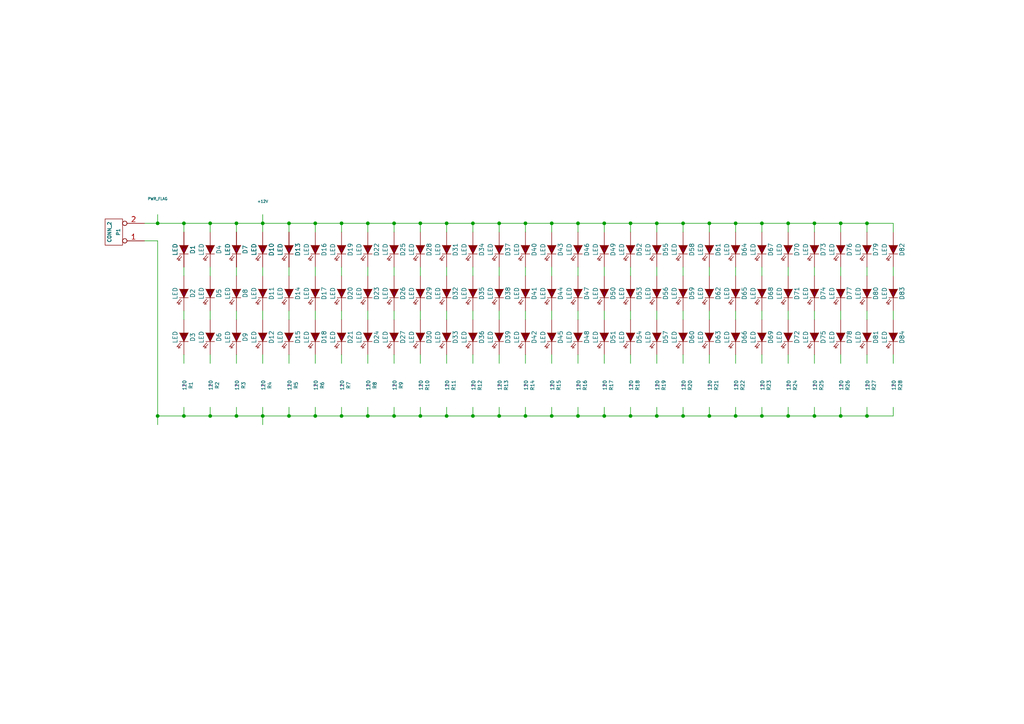
<source format=kicad_sch>
(kicad_sch (version 20230121) (generator eeschema)
  (paper "A4")
  (title_block (title "UV Exposure Box - LED Panels") (date "18 December 2014") (rev "1.0"))
  (lib_symbols
    (symbol "borniers:CONN_2" (pin_names (offset 1.016) hide)
      (property "Reference" "P" (at -1.27 0 90))
      (property "Value" "CONN_2" (at 1.27 0 90))
      (symbol "CONN_2_0_1"
        (rectangle (start -2.54 3.81) (end 2.54 -3.81))
      )
      (symbol "CONN_2_1_1"
        (pin passive inverted (at -8.89 2.54 0) (length 6.35) (name "P1") (number "1"))
        (pin passive inverted (at -8.89 -2.54 0) (length 6.35) (name "P2") (number "2"))
      )
    )
    (symbol "cylindric:LED" (pin_numbers hide) (pin_names (offset 1.016) hide)
      (property "Reference" "D" (at 0 2.54 0))
      (property "Value" "LED" (at 0 -2.54 0))
      (symbol "LED_0_1"
        (polyline (pts (xy 1.27 1.27) (xy 1.27 -1.27)))
        (polyline (pts (xy -1.27 1.27) (xy 1.27 0) (xy -1.27 -1.27)) (fill (type outline)))
        (polyline (pts (xy 1.651 -1.016) (xy 2.794 -2.032) (xy 2.667 -1.397)))
        (polyline (pts (xy 2.032 -0.635) (xy 3.175 -1.651) (xy 3.048 -1.016)))
      )
      (symbol "LED_1_1"
        (pin passive line (at -5.08 0 0) (length 3.81) (name "A") (number "1"))
        (pin passive line (at 5.08 0 180) (length 3.81) (name "K") (number "2"))
      )
    )
  )
  (junction (at 198.12 64.77))
  (junction (at 91.44 64.77))
  (junction (at 220.98 64.77))
  (junction (at 99.06 120.65))
  (junction (at 76.2 64.77))
  (junction (at 205.74 120.65))
  (junction (at 182.88 120.65))
  (junction (at 99.06 64.77))
  (junction (at 205.74 64.77))
  (junction (at 68.58 64.77))
  (junction (at 243.84 120.65))
  (junction (at 53.34 64.77))
  (junction (at 129.54 120.65))
  (junction (at 198.12 120.65))
  (junction (at 236.22 64.77))
  (junction (at 114.3 64.77))
  (junction (at 251.46 120.65))
  (junction (at 83.82 64.77))
  (junction (at 190.5 64.77))
  (junction (at 106.68 64.77))
  (junction (at 137.16 64.77))
  (junction (at 76.2 120.65))
  (junction (at 45.72 64.77))
  (junction (at 60.96 64.77))
  (junction (at 152.4 120.65))
  (junction (at 175.26 120.65))
  (junction (at 129.54 64.77))
  (junction (at 45.72 120.65))
  (junction (at 83.82 120.65))
  (junction (at 114.3 120.65))
  (junction (at 182.88 64.77))
  (junction (at 160.02 120.65))
  (junction (at 167.64 64.77))
  (junction (at 144.78 64.77))
  (junction (at 228.6 120.65))
  (junction (at 220.98 120.65))
  (junction (at 121.92 120.65))
  (junction (at 106.68 120.65))
  (junction (at 236.22 120.65))
  (junction (at 144.78 120.65))
  (junction (at 137.16 120.65))
  (junction (at 160.02 64.77))
  (junction (at 167.64 120.65))
  (junction (at 152.4 64.77))
  (junction (at 91.44 120.65))
  (junction (at 228.6 64.77))
  (junction (at 68.58 120.65))
  (junction (at 121.92 64.77))
  (junction (at 213.36 120.65))
  (junction (at 251.46 64.77))
  (junction (at 175.26 64.77))
  (junction (at 60.96 120.65))
  (junction (at 243.84 64.77))
  (junction (at 213.36 64.77))
  (junction (at 190.5 120.65))
  (junction (at 53.34 120.65))
  (wire (pts (xy 190.5 120.65) (xy 190.5 118.11)))
  (wire (pts (xy 60.96 120.65) (xy 68.58 120.65)))
  (wire (pts (xy 99.06 80.01) (xy 99.06 77.47)))
  (wire (pts (xy 236.22 64.77) (xy 236.22 67.31)))
  (wire (pts (xy 198.12 120.65) (xy 205.74 120.65)))
  (wire (pts (xy 144.78 120.65) (xy 144.78 118.11)))
  (wire (pts (xy 106.68 90.17) (xy 106.68 92.71)))
  (wire (pts (xy 60.96 80.01) (xy 60.96 77.47)))
  (wire (pts (xy 251.46 105.41) (xy 251.46 102.87)))
  (wire (pts (xy 167.64 80.01) (xy 167.64 77.47)))
  (wire (pts (xy 53.34 90.17) (xy 53.34 92.71)))
  (wire (pts (xy 220.98 90.17) (xy 220.98 92.71)))
  (wire (pts (xy 45.72 69.85) (xy 45.72 120.65)))
  (wire (pts (xy 228.6 64.77) (xy 228.6 67.31)))
  (wire (pts (xy 137.16 64.77) (xy 137.16 67.31)))
  (wire (pts (xy 152.4 64.77) (xy 160.02 64.77)))
  (wire (pts (xy 251.46 64.77) (xy 251.46 67.31)))
  (wire (pts (xy 68.58 80.01) (xy 68.58 77.47)))
  (wire (pts (xy 259.08 64.77) (xy 259.08 67.31)))
  (wire (pts (xy 205.74 120.65) (xy 205.74 118.11)))
  (wire (pts (xy 251.46 64.77) (xy 259.08 64.77)))
  (wire (pts (xy 213.36 80.01) (xy 213.36 77.47)))
  (wire (pts (xy 198.12 90.17) (xy 198.12 92.71)))
  (wire (pts (xy 236.22 120.65) (xy 236.22 118.11)))
  (wire (pts (xy 213.36 105.41) (xy 213.36 102.87)))
  (wire (pts (xy 251.46 90.17) (xy 251.46 92.71)))
  (wire (pts (xy 205.74 64.77) (xy 213.36 64.77)))
  (wire (pts (xy 60.96 64.77) (xy 60.96 67.31)))
  (wire (pts (xy 99.06 64.77) (xy 99.06 67.31)))
  (wire (pts (xy 68.58 90.17) (xy 68.58 92.71)))
  (wire (pts (xy 152.4 105.41) (xy 152.4 102.87)))
  (wire (pts (xy 259.08 80.01) (xy 259.08 77.47)))
  (wire (pts (xy 228.6 120.65) (xy 236.22 120.65)))
  (wire (pts (xy 182.88 80.01) (xy 182.88 77.47)))
  (wire (pts (xy 167.64 90.17) (xy 167.64 92.71)))
  (wire (pts (xy 182.88 120.65) (xy 190.5 120.65)))
  (wire (pts (xy 213.36 64.77) (xy 220.98 64.77)))
  (wire (pts (xy 129.54 64.77) (xy 137.16 64.77)))
  (wire (pts (xy 220.98 80.01) (xy 220.98 77.47)))
  (wire (pts (xy 121.92 90.17) (xy 121.92 92.71)))
  (wire (pts (xy 76.2 64.77) (xy 76.2 67.31)))
  (wire (pts (xy 121.92 64.77) (xy 129.54 64.77)))
  (wire (pts (xy 99.06 90.17) (xy 99.06 92.71)))
  (wire (pts (xy 144.78 120.65) (xy 152.4 120.65)))
  (wire (pts (xy 144.78 80.01) (xy 144.78 77.47)))
  (wire (pts (xy 175.26 105.41) (xy 175.26 102.87)))
  (wire (pts (xy 175.26 120.65) (xy 182.88 120.65)))
  (wire (pts (xy 251.46 120.65) (xy 259.08 120.65)))
  (wire (pts (xy 243.84 105.41) (xy 243.84 102.87)))
  (wire (pts (xy 99.06 120.65) (xy 106.68 120.65)))
  (wire (pts (xy 114.3 80.01) (xy 114.3 77.47)))
  (wire (pts (xy 220.98 105.41) (xy 220.98 102.87)))
  (wire (pts (xy 198.12 105.41) (xy 198.12 102.87)))
  (wire (pts (xy 114.3 90.17) (xy 114.3 92.71)))
  (wire (pts (xy 91.44 64.77) (xy 99.06 64.77)))
  (wire (pts (xy 45.72 69.85) (xy 41.91 69.85)))
  (wire (pts (xy 129.54 120.65) (xy 129.54 118.11)))
  (wire (pts (xy 129.54 105.41) (xy 129.54 102.87)))
  (wire (pts (xy 251.46 120.65) (xy 251.46 118.11)))
  (wire (pts (xy 236.22 105.41) (xy 236.22 102.87)))
  (wire (pts (xy 106.68 105.41) (xy 106.68 102.87)))
  (wire (pts (xy 99.06 120.65) (xy 99.06 118.11)))
  (wire (pts (xy 243.84 80.01) (xy 243.84 77.47)))
  (wire (pts (xy 175.26 64.77) (xy 182.88 64.77)))
  (wire (pts (xy 190.5 120.65) (xy 198.12 120.65)))
  (wire (pts (xy 205.74 120.65) (xy 213.36 120.65)))
  (wire (pts (xy 83.82 90.17) (xy 83.82 92.71)))
  (wire (pts (xy 167.64 120.65) (xy 167.64 118.11)))
  (wire (pts (xy 60.96 90.17) (xy 60.96 92.71)))
  (wire (pts (xy 121.92 120.65) (xy 129.54 120.65)))
  (wire (pts (xy 190.5 105.41) (xy 190.5 102.87)))
  (wire (pts (xy 182.88 120.65) (xy 182.88 118.11)))
  (wire (pts (xy 91.44 105.41) (xy 91.44 102.87)))
  (wire (pts (xy 137.16 120.65) (xy 137.16 118.11)))
  (wire (pts (xy 160.02 90.17) (xy 160.02 92.71)))
  (wire (pts (xy 129.54 80.01) (xy 129.54 77.47)))
  (wire (pts (xy 121.92 105.41) (xy 121.92 102.87)))
  (wire (pts (xy 45.72 120.65) (xy 45.72 123.19)))
  (wire (pts (xy 205.74 80.01) (xy 205.74 77.47)))
  (wire (pts (xy 228.6 80.01) (xy 228.6 77.47)))
  (wire (pts (xy 213.36 90.17) (xy 213.36 92.71)))
  (wire (pts (xy 114.3 64.77) (xy 121.92 64.77)))
  (wire (pts (xy 190.5 64.77) (xy 190.5 67.31)))
  (wire (pts (xy 259.08 120.65) (xy 259.08 118.11)))
  (wire (pts (xy 91.44 120.65) (xy 99.06 120.65)))
  (wire (pts (xy 83.82 64.77) (xy 83.82 67.31)))
  (wire (pts (xy 167.64 64.77) (xy 175.26 64.77)))
  (wire (pts (xy 175.26 64.77) (xy 175.26 67.31)))
  (wire (pts (xy 99.06 105.41) (xy 99.06 102.87)))
  (wire (pts (xy 243.84 120.65) (xy 243.84 118.11)))
  (wire (pts (xy 205.74 105.41) (xy 205.74 102.87)))
  (wire (pts (xy 45.72 62.23) (xy 45.72 64.77)))
  (wire (pts (xy 167.64 105.41) (xy 167.64 102.87)))
  (wire (pts (xy 83.82 120.65) (xy 83.82 118.11)))
  (wire (pts (xy 53.34 105.41) (xy 53.34 102.87)))
  (wire (pts (xy 121.92 64.77) (xy 121.92 67.31)))
  (wire (pts (xy 243.84 64.77) (xy 243.84 67.31)))
  (wire (pts (xy 220.98 120.65) (xy 228.6 120.65)))
  (wire (pts (xy 53.34 64.77) (xy 53.34 67.31)))
  (wire (pts (xy 60.96 64.77) (xy 68.58 64.77)))
  (wire (pts (xy 53.34 80.01) (xy 53.34 77.47)))
  (wire (pts (xy 213.36 120.65) (xy 220.98 120.65)))
  (wire (pts (xy 205.74 64.77) (xy 205.74 67.31)))
  (wire (pts (xy 144.78 64.77) (xy 144.78 67.31)))
  (wire (pts (xy 243.84 64.77) (xy 251.46 64.77)))
  (wire (pts (xy 160.02 80.01) (xy 160.02 77.47)))
  (wire (pts (xy 91.44 120.65) (xy 91.44 118.11)))
  (wire (pts (xy 144.78 90.17) (xy 144.78 92.71)))
  (wire (pts (xy 144.78 64.77) (xy 152.4 64.77)))
  (wire (pts (xy 76.2 80.01) (xy 76.2 77.47)))
  (wire (pts (xy 106.68 64.77) (xy 106.68 67.31)))
  (wire (pts (xy 152.4 90.17) (xy 152.4 92.71)))
  (wire (pts (xy 198.12 64.77) (xy 198.12 67.31)))
  (wire (pts (xy 91.44 80.01) (xy 91.44 77.47)))
  (wire (pts (xy 60.96 120.65) (xy 60.96 118.11)))
  (wire (pts (xy 76.2 62.23) (xy 76.2 64.77)))
  (wire (pts (xy 236.22 90.17) (xy 236.22 92.71)))
  (wire (pts (xy 121.92 80.01) (xy 121.92 77.47)))
  (wire (pts (xy 160.02 120.65) (xy 167.64 120.65)))
  (wire (pts (xy 129.54 64.77) (xy 129.54 67.31)))
  (wire (pts (xy 60.96 105.41) (xy 60.96 102.87)))
  (wire (pts (xy 175.26 80.01) (xy 175.26 77.47)))
  (wire (pts (xy 99.06 64.77) (xy 106.68 64.77)))
  (wire (pts (xy 68.58 120.65) (xy 76.2 120.65)))
  (wire (pts (xy 182.88 105.41) (xy 182.88 102.87)))
  (wire (pts (xy 137.16 105.41) (xy 137.16 102.87)))
  (wire (pts (xy 83.82 120.65) (xy 91.44 120.65)))
  (wire (pts (xy 106.68 120.65) (xy 114.3 120.65)))
  (wire (pts (xy 68.58 105.41) (xy 68.58 102.87)))
  (wire (pts (xy 213.36 64.77) (xy 213.36 67.31)))
  (wire (pts (xy 190.5 64.77) (xy 198.12 64.77)))
  (wire (pts (xy 228.6 90.17) (xy 228.6 92.71)))
  (wire (pts (xy 220.98 64.77) (xy 220.98 67.31)))
  (wire (pts (xy 76.2 105.41) (xy 76.2 102.87)))
  (wire (pts (xy 68.58 64.77) (xy 68.58 67.31)))
  (wire (pts (xy 236.22 120.65) (xy 243.84 120.65)))
  (wire (pts (xy 53.34 64.77) (xy 60.96 64.77)))
  (wire (pts (xy 53.34 120.65) (xy 60.96 120.65)))
  (wire (pts (xy 45.72 120.65) (xy 53.34 120.65)))
  (wire (pts (xy 114.3 64.77) (xy 114.3 67.31)))
  (wire (pts (xy 205.74 90.17) (xy 205.74 92.71)))
  (wire (pts (xy 76.2 120.65) (xy 76.2 123.19)))
  (wire (pts (xy 220.98 120.65) (xy 220.98 118.11)))
  (wire (pts (xy 160.02 64.77) (xy 167.64 64.77)))
  (wire (pts (xy 53.34 118.11) (xy 53.34 120.65)))
  (wire (pts (xy 251.46 80.01) (xy 251.46 77.47)))
  (wire (pts (xy 167.64 64.77) (xy 167.64 67.31)))
  (wire (pts (xy 83.82 64.77) (xy 91.44 64.77)))
  (wire (pts (xy 243.84 120.65) (xy 251.46 120.65)))
  (wire (pts (xy 152.4 120.65) (xy 152.4 118.11)))
  (wire (pts (xy 175.26 120.65) (xy 175.26 118.11)))
  (wire (pts (xy 41.91 64.77) (xy 45.72 64.77)))
  (wire (pts (xy 76.2 118.11) (xy 76.2 120.65)))
  (wire (pts (xy 68.58 120.65) (xy 68.58 118.11)))
  (wire (pts (xy 129.54 120.65) (xy 137.16 120.65)))
  (wire (pts (xy 91.44 64.77) (xy 91.44 67.31)))
  (wire (pts (xy 114.3 120.65) (xy 114.3 118.11)))
  (wire (pts (xy 152.4 64.77) (xy 152.4 67.31)))
  (wire (pts (xy 228.6 120.65) (xy 228.6 118.11)))
  (wire (pts (xy 220.98 64.77) (xy 228.6 64.77)))
  (wire (pts (xy 106.68 120.65) (xy 106.68 118.11)))
  (wire (pts (xy 259.08 90.17) (xy 259.08 92.71)))
  (wire (pts (xy 198.12 80.01) (xy 198.12 77.47)))
  (wire (pts (xy 160.02 64.77) (xy 160.02 67.31)))
  (wire (pts (xy 91.44 90.17) (xy 91.44 92.71)))
  (wire (pts (xy 152.4 120.65) (xy 160.02 120.65)))
  (wire (pts (xy 198.12 64.77) (xy 205.74 64.77)))
  (wire (pts (xy 243.84 90.17) (xy 243.84 92.71)))
  (wire (pts (xy 190.5 80.01) (xy 190.5 77.47)))
  (wire (pts (xy 167.64 120.65) (xy 175.26 120.65)))
  (wire (pts (xy 152.4 80.01) (xy 152.4 77.47)))
  (wire (pts (xy 114.3 105.41) (xy 114.3 102.87)))
  (wire (pts (xy 106.68 64.77) (xy 114.3 64.77)))
  (wire (pts (xy 160.02 120.65) (xy 160.02 118.11)))
  (wire (pts (xy 228.6 64.77) (xy 236.22 64.77)))
  (wire (pts (xy 259.08 105.41) (xy 259.08 102.87)))
  (wire (pts (xy 182.88 90.17) (xy 182.88 92.71)))
  (wire (pts (xy 175.26 90.17) (xy 175.26 92.71)))
  (wire (pts (xy 198.12 120.65) (xy 198.12 118.11)))
  (wire (pts (xy 182.88 64.77) (xy 190.5 64.77)))
  (wire (pts (xy 228.6 105.41) (xy 228.6 102.87)))
  (wire (pts (xy 114.3 120.65) (xy 121.92 120.65)))
  (wire (pts (xy 160.02 105.41) (xy 160.02 102.87)))
  (wire (pts (xy 83.82 80.01) (xy 83.82 77.47)))
  (wire (pts (xy 236.22 80.01) (xy 236.22 77.47)))
  (wire (pts (xy 83.82 105.41) (xy 83.82 102.87)))
  (wire (pts (xy 76.2 90.17) (xy 76.2 92.71)))
  (wire (pts (xy 137.16 64.77) (xy 144.78 64.77)))
  (wire (pts (xy 236.22 64.77) (xy 243.84 64.77)))
  (wire (pts (xy 137.16 120.65) (xy 144.78 120.65)))
  (wire (pts (xy 76.2 64.77) (xy 83.82 64.77)))
  (wire (pts (xy 129.54 90.17) (xy 129.54 92.71)))
  (wire (pts (xy 213.36 120.65) (xy 213.36 118.11)))
  (wire (pts (xy 137.16 90.17) (xy 137.16 92.71)))
  (wire (pts (xy 121.92 120.65) (xy 121.92 118.11)))
  (wire (pts (xy 144.78 105.41) (xy 144.78 102.87)))
  (wire (pts (xy 68.58 64.77) (xy 76.2 64.77)))
  (wire (pts (xy 182.88 64.77) (xy 182.88 67.31)))
  (wire (pts (xy 76.2 120.65) (xy 83.82 120.65)))
  (wire (pts (xy 137.16 80.01) (xy 137.16 77.47)))
  (wire (pts (xy 45.72 64.77) (xy 53.34 64.77)))
  (wire (pts (xy 106.68 80.01) (xy 106.68 77.47)))
  (wire (pts (xy 190.5 90.17) (xy 190.5 92.71)))
  (symbol (lib_id "PWR_FLAG") (at 45.72 62.23 0) (unit 1)
    (property "Reference" "#FLG03" (effects hide))
    (property "Value" "PWR_FLAG" (at 45.72 57.658 0) (effects (font (size 0.762 0.762))))
  )
  (symbol (lib_id "PWR_FLAG") (at 45.72 123.19 180) (unit 1)
    (property "Reference" "#FLG04" (effects hide))
    (property "Value" "PWR_FLAG" (at 45.72 127.762 0) (effects (font (size 0.762 0.762))))
  )
  (symbol (lib_id "cylindric:LED") (at 76.2 72.39 270) (unit 1)
    (property "Reference" "D10" (at 78.74 72.39 0))
    (property "Value" "LED" (at 73.66 72.39 0))
    (property "Footprint" "LEDs:LED-5MM" (effects hide))
    (property "Datasheet" "~" (at 76.2 72.39 0) (effects (font (size 1.524 1.524))))
  )
  (symbol (lib_id "cylindric:LED") (at 76.2 85.09 270) (unit 1)
    (property "Reference" "D11" (at 78.74 85.09 0))
    (property "Value" "LED" (at 73.66 85.09 0))
    (property "Footprint" "LEDs:LED-5MM" (effects hide))
    (property "Datasheet" "~" (at 76.2 85.09 0) (effects (font (size 1.524 1.524))))
  )
  (symbol (lib_id "GND") (at 76.2 123.19 0) (unit 1)
    (property "Reference" "#PWR01" (effects hide))
    (property "Value" "GND" (effects hide))
  )
  (symbol (lib_id "R") (at 76.2 111.76 0) (unit 1)
    (property "Reference" "R4" (at 78.232 111.76 90) (effects (font (size 1.016 1.016))))
    (property "Value" "120" (at 76.3778 111.7346 90) (effects (font (size 1.016 1.016))))
    (property "Footprint" "Discret:R3" (effects hide))
    (property "Datasheet" "~" (at 76.2 111.76 0) (effects (font (size 0.762 0.762))))
  )
  (symbol (lib_id "borniers:CONN_2") (at 33.02 67.31 180) (unit 1)
    (property "Reference" "P1" (at 34.29 67.31 90) (effects (font (size 1.016 1.016))))
    (property "Value" "CONN_2" (at 31.75 67.31 90) (effects (font (size 1.016 1.016))))
    (property "Footprint" "Connect:bornier2" (effects hide))
  )
  (symbol (lib_id "cylindric:LED") (at 76.2 97.79 270) (unit 1)
    (property "Reference" "D12" (at 78.74 97.79 0))
    (property "Value" "LED" (at 73.66 97.79 0))
    (property "Footprint" "LEDs:LED-5MM" (effects hide))
    (property "Datasheet" "~" (at 76.2 97.79 0) (effects (font (size 1.524 1.524))))
  )
  (symbol (lib_id "cylindric:LED") (at 68.58 72.39 270) (unit 1)
    (property "Reference" "D7" (at 71.12 72.39 0))
    (property "Value" "LED" (at 66.04 72.39 0))
    (property "Footprint" "LEDs:LED-5MM" (effects hide))
    (property "Datasheet" "~" (at 68.58 72.39 0) (effects (font (size 1.524 1.524))))
  )
  (symbol (lib_id "cylindric:LED") (at 68.58 85.09 270) (unit 1)
    (property "Reference" "D8" (at 71.12 85.09 0))
    (property "Value" "LED" (at 66.04 85.09 0))
    (property "Footprint" "LEDs:LED-5MM" (effects hide))
    (property "Datasheet" "~" (at 68.58 85.09 0) (effects (font (size 1.524 1.524))))
  )
  (symbol (lib_id "R") (at 68.58 111.76 0) (unit 1)
    (property "Reference" "R3" (at 70.612 111.76 90) (effects (font (size 1.016 1.016))))
    (property "Value" "120" (at 68.7578 111.7346 90) (effects (font (size 1.016 1.016))))
    (property "Footprint" "Discret:R3" (effects hide))
    (property "Datasheet" "~" (at 68.58 111.76 0) (effects (font (size 0.762 0.762))))
  )
  (symbol (lib_id "cylindric:LED") (at 68.58 97.79 270) (unit 1)
    (property "Reference" "D9" (at 71.12 97.79 0))
    (property "Value" "LED" (at 66.04 97.79 0))
    (property "Footprint" "LEDs:LED-5MM" (effects hide))
    (property "Datasheet" "~" (at 68.58 97.79 0) (effects (font (size 1.524 1.524))))
  )
  (symbol (lib_id "cylindric:LED") (at 60.96 72.39 270) (unit 1)
    (property "Reference" "D4" (at 63.5 72.39 0))
    (property "Value" "LED" (at 58.42 72.39 0))
    (property "Footprint" "LEDs:LED-5MM" (effects hide))
    (property "Datasheet" "~" (at 60.96 72.39 0) (effects (font (size 1.524 1.524))))
  )
  (symbol (lib_id "cylindric:LED") (at 60.96 85.09 270) (unit 1)
    (property "Reference" "D5" (at 63.5 85.09 0))
    (property "Value" "LED" (at 58.42 85.09 0))
    (property "Footprint" "LEDs:LED-5MM" (effects hide))
    (property "Datasheet" "~" (at 60.96 85.09 0) (effects (font (size 1.524 1.524))))
  )
  (symbol (lib_id "R") (at 60.96 111.76 0) (unit 1)
    (property "Reference" "R2" (at 62.992 111.76 90) (effects (font (size 1.016 1.016))))
    (property "Value" "120" (at 61.1378 111.7346 90) (effects (font (size 1.016 1.016))))
    (property "Footprint" "Discret:R3" (effects hide))
    (property "Datasheet" "~" (at 60.96 111.76 0) (effects (font (size 0.762 0.762))))
  )
  (symbol (lib_id "cylindric:LED") (at 60.96 97.79 270) (unit 1)
    (property "Reference" "D6" (at 63.5 97.79 0))
    (property "Value" "LED" (at 58.42 97.79 0))
    (property "Footprint" "LEDs:LED-5MM" (effects hide))
    (property "Datasheet" "~" (at 60.96 97.79 0) (effects (font (size 1.524 1.524))))
  )
  (symbol (lib_id "cylindric:LED") (at 53.34 72.39 270) (unit 1)
    (property "Reference" "D1" (at 55.88 72.39 0))
    (property "Value" "LED" (at 50.8 72.39 0))
    (property "Footprint" "LEDs:LED-5MM" (effects hide))
    (property "Datasheet" "~" (at 53.34 72.39 0) (effects (font (size 1.524 1.524))))
  )
  (symbol (lib_id "cylindric:LED") (at 53.34 85.09 270) (unit 1)
    (property "Reference" "D2" (at 55.88 85.09 0))
    (property "Value" "LED" (at 50.8 85.09 0))
    (property "Footprint" "LEDs:LED-5MM" (effects hide))
    (property "Datasheet" "~" (at 53.34 85.09 0) (effects (font (size 1.524 1.524))))
  )
  (symbol (lib_id "R") (at 53.34 111.76 0) (unit 1)
    (property "Reference" "R1" (at 55.372 111.76 90) (effects (font (size 1.016 1.016))))
    (property "Value" "120" (at 53.5178 111.7346 90) (effects (font (size 1.016 1.016))))
    (property "Footprint" "Discret:R3" (effects hide))
    (property "Datasheet" "~" (at 53.34 111.76 0) (effects (font (size 0.762 0.762))))
  )
  (symbol (lib_id "cylindric:LED") (at 53.34 97.79 270) (unit 1)
    (property "Reference" "D3" (at 55.88 97.79 0))
    (property "Value" "LED" (at 50.8 97.79 0))
    (property "Footprint" "LEDs:LED-5MM" (effects hide))
    (property "Datasheet" "~" (at 53.34 97.79 0) (effects (font (size 1.524 1.524))))
  )
  (symbol (lib_id "cylindric:LED") (at 99.06 72.39 270) (unit 1)
    (property "Reference" "D19" (at 101.6 72.39 0))
    (property "Value" "LED" (at 96.52 72.39 0))
    (property "Footprint" "LEDs:LED-5MM" (effects hide))
    (property "Datasheet" "~" (at 99.06 72.39 0) (effects (font (size 1.524 1.524))))
  )
  (symbol (lib_id "cylindric:LED") (at 99.06 85.09 270) (unit 1)
    (property "Reference" "D20" (at 101.6 85.09 0))
    (property "Value" "LED" (at 96.52 85.09 0))
    (property "Footprint" "LEDs:LED-5MM" (effects hide))
    (property "Datasheet" "~" (at 99.06 85.09 0) (effects (font (size 1.524 1.524))))
  )
  (symbol (lib_id "R") (at 99.06 111.76 0) (unit 1)
    (property "Reference" "R7" (at 101.092 111.76 90) (effects (font (size 1.016 1.016))))
    (property "Value" "120" (at 99.2378 111.7346 90) (effects (font (size 1.016 1.016))))
    (property "Footprint" "Discret:R3" (effects hide))
    (property "Datasheet" "~" (at 99.06 111.76 0) (effects (font (size 0.762 0.762))))
  )
  (symbol (lib_id "cylindric:LED") (at 99.06 97.79 270) (unit 1)
    (property "Reference" "D21" (at 101.6 97.79 0))
    (property "Value" "LED" (at 96.52 97.79 0))
    (property "Footprint" "LEDs:LED-5MM" (effects hide))
    (property "Datasheet" "~" (at 99.06 97.79 0) (effects (font (size 1.524 1.524))))
  )
  (symbol (lib_id "cylindric:LED") (at 91.44 72.39 270) (unit 1)
    (property "Reference" "D16" (at 93.98 72.39 0))
    (property "Value" "LED" (at 88.9 72.39 0))
    (property "Footprint" "LEDs:LED-5MM" (effects hide))
    (property "Datasheet" "~" (at 91.44 72.39 0) (effects (font (size 1.524 1.524))))
  )
  (symbol (lib_id "cylindric:LED") (at 91.44 85.09 270) (unit 1)
    (property "Reference" "D17" (at 93.98 85.09 0))
    (property "Value" "LED" (at 88.9 85.09 0))
    (property "Footprint" "LEDs:LED-5MM" (effects hide))
    (property "Datasheet" "~" (at 91.44 85.09 0) (effects (font (size 1.524 1.524))))
  )
  (symbol (lib_id "R") (at 91.44 111.76 0) (unit 1)
    (property "Reference" "R6" (at 93.472 111.76 90) (effects (font (size 1.016 1.016))))
    (property "Value" "120" (at 91.6178 111.7346 90) (effects (font (size 1.016 1.016))))
    (property "Footprint" "Discret:R3" (effects hide))
    (property "Datasheet" "~" (at 91.44 111.76 0) (effects (font (size 0.762 0.762))))
  )
  (symbol (lib_id "cylindric:LED") (at 91.44 97.79 270) (unit 1)
    (property "Reference" "D18" (at 93.98 97.79 0))
    (property "Value" "LED" (at 88.9 97.79 0))
    (property "Footprint" "LEDs:LED-5MM" (effects hide))
    (property "Datasheet" "~" (at 91.44 97.79 0) (effects (font (size 1.524 1.524))))
  )
  (symbol (lib_id "cylindric:LED") (at 83.82 72.39 270) (unit 1)
    (property "Reference" "D13" (at 86.36 72.39 0))
    (property "Value" "LED" (at 81.28 72.39 0))
    (property "Footprint" "LEDs:LED-5MM" (effects hide))
    (property "Datasheet" "~" (at 83.82 72.39 0) (effects (font (size 1.524 1.524))))
  )
  (symbol (lib_id "cylindric:LED") (at 83.82 85.09 270) (unit 1)
    (property "Reference" "D14" (at 86.36 85.09 0))
    (property "Value" "LED" (at 81.28 85.09 0))
    (property "Footprint" "LEDs:LED-5MM" (effects hide))
    (property "Datasheet" "~" (at 83.82 85.09 0) (effects (font (size 1.524 1.524))))
  )
  (symbol (lib_id "R") (at 83.82 111.76 0) (unit 1)
    (property "Reference" "R5" (at 85.852 111.76 90) (effects (font (size 1.016 1.016))))
    (property "Value" "120" (at 83.9978 111.7346 90) (effects (font (size 1.016 1.016))))
    (property "Footprint" "Discret:R3" (effects hide))
    (property "Datasheet" "~" (at 83.82 111.76 0) (effects (font (size 0.762 0.762))))
  )
  (symbol (lib_id "cylindric:LED") (at 83.82 97.79 270) (unit 1)
    (property "Reference" "D15" (at 86.36 97.79 0))
    (property "Value" "LED" (at 81.28 97.79 0))
    (property "Footprint" "LEDs:LED-5MM" (effects hide))
    (property "Datasheet" "~" (at 83.82 97.79 0) (effects (font (size 1.524 1.524))))
  )
  (symbol (lib_id "cylindric:LED") (at 129.54 72.39 270) (unit 1)
    (property "Reference" "D31" (at 132.08 72.39 0))
    (property "Value" "LED" (at 127 72.39 0))
    (property "Footprint" "LEDs:LED-5MM" (effects hide))
    (property "Datasheet" "~" (at 129.54 72.39 0) (effects (font (size 1.524 1.524))))
  )
  (symbol (lib_id "cylindric:LED") (at 129.54 85.09 270) (unit 1)
    (property "Reference" "D32" (at 132.08 85.09 0))
    (property "Value" "LED" (at 127 85.09 0))
    (property "Footprint" "LEDs:LED-5MM" (effects hide))
    (property "Datasheet" "~" (at 129.54 85.09 0) (effects (font (size 1.524 1.524))))
  )
  (symbol (lib_id "R") (at 129.54 111.76 0) (unit 1)
    (property "Reference" "R11" (at 131.572 111.76 90) (effects (font (size 1.016 1.016))))
    (property "Value" "120" (at 129.7178 111.7346 90) (effects (font (size 1.016 1.016))))
    (property "Footprint" "Discret:R3" (effects hide))
    (property "Datasheet" "~" (at 129.54 111.76 0) (effects (font (size 0.762 0.762))))
  )
  (symbol (lib_id "cylindric:LED") (at 129.54 97.79 270) (unit 1)
    (property "Reference" "D33" (at 132.08 97.79 0))
    (property "Value" "LED" (at 127 97.79 0))
    (property "Footprint" "LEDs:LED-5MM" (effects hide))
    (property "Datasheet" "~" (at 129.54 97.79 0) (effects (font (size 1.524 1.524))))
  )
  (symbol (lib_id "cylindric:LED") (at 121.92 72.39 270) (unit 1)
    (property "Reference" "D28" (at 124.46 72.39 0))
    (property "Value" "LED" (at 119.38 72.39 0))
    (property "Footprint" "LEDs:LED-5MM" (effects hide))
    (property "Datasheet" "~" (at 121.92 72.39 0) (effects (font (size 1.524 1.524))))
  )
  (symbol (lib_id "cylindric:LED") (at 121.92 85.09 270) (unit 1)
    (property "Reference" "D29" (at 124.46 85.09 0))
    (property "Value" "LED" (at 119.38 85.09 0))
    (property "Footprint" "LEDs:LED-5MM" (effects hide))
    (property "Datasheet" "~" (at 121.92 85.09 0) (effects (font (size 1.524 1.524))))
  )
  (symbol (lib_id "R") (at 121.92 111.76 0) (unit 1)
    (property "Reference" "R10" (at 123.952 111.76 90) (effects (font (size 1.016 1.016))))
    (property "Value" "120" (at 122.0978 111.7346 90) (effects (font (size 1.016 1.016))))
    (property "Footprint" "Discret:R3" (effects hide))
    (property "Datasheet" "~" (at 121.92 111.76 0) (effects (font (size 0.762 0.762))))
  )
  (symbol (lib_id "cylindric:LED") (at 121.92 97.79 270) (unit 1)
    (property "Reference" "D30" (at 124.46 97.79 0))
    (property "Value" "LED" (at 119.38 97.79 0))
    (property "Footprint" "LEDs:LED-5MM" (effects hide))
    (property "Datasheet" "~" (at 121.92 97.79 0) (effects (font (size 1.524 1.524))))
  )
  (symbol (lib_id "cylindric:LED") (at 114.3 72.39 270) (unit 1)
    (property "Reference" "D25" (at 116.84 72.39 0))
    (property "Value" "LED" (at 111.76 72.39 0))
    (property "Footprint" "LEDs:LED-5MM" (effects hide))
    (property "Datasheet" "~" (at 114.3 72.39 0) (effects (font (size 1.524 1.524))))
  )
  (symbol (lib_id "cylindric:LED") (at 114.3 85.09 270) (unit 1)
    (property "Reference" "D26" (at 116.84 85.09 0))
    (property "Value" "LED" (at 111.76 85.09 0))
    (property "Footprint" "LEDs:LED-5MM" (effects hide))
    (property "Datasheet" "~" (at 114.3 85.09 0) (effects (font (size 1.524 1.524))))
  )
  (symbol (lib_id "R") (at 114.3 111.76 0) (unit 1)
    (property "Reference" "R9" (at 116.332 111.76 90) (effects (font (size 1.016 1.016))))
    (property "Value" "120" (at 114.4778 111.7346 90) (effects (font (size 1.016 1.016))))
    (property "Footprint" "Discret:R3" (effects hide))
    (property "Datasheet" "~" (at 114.3 111.76 0) (effects (font (size 0.762 0.762))))
  )
  (symbol (lib_id "cylindric:LED") (at 114.3 97.79 270) (unit 1)
    (property "Reference" "D27" (at 116.84 97.79 0))
    (property "Value" "LED" (at 111.76 97.79 0))
    (property "Footprint" "LEDs:LED-5MM" (effects hide))
    (property "Datasheet" "~" (at 114.3 97.79 0) (effects (font (size 1.524 1.524))))
  )
  (symbol (lib_id "cylindric:LED") (at 106.68 72.39 270) (unit 1)
    (property "Reference" "D22" (at 109.22 72.39 0))
    (property "Value" "LED" (at 104.14 72.39 0))
    (property "Footprint" "LEDs:LED-5MM" (effects hide))
    (property "Datasheet" "~" (at 106.68 72.39 0) (effects (font (size 1.524 1.524))))
  )
  (symbol (lib_id "cylindric:LED") (at 106.68 85.09 270) (unit 1)
    (property "Reference" "D23" (at 109.22 85.09 0))
    (property "Value" "LED" (at 104.14 85.09 0))
    (property "Footprint" "LEDs:LED-5MM" (effects hide))
    (property "Datasheet" "~" (at 106.68 85.09 0) (effects (font (size 1.524 1.524))))
  )
  (symbol (lib_id "R") (at 106.68 111.76 0) (unit 1)
    (property "Reference" "R8" (at 108.712 111.76 90) (effects (font (size 1.016 1.016))))
    (property "Value" "120" (at 106.8578 111.7346 90) (effects (font (size 1.016 1.016))))
    (property "Footprint" "Discret:R3" (effects hide))
    (property "Datasheet" "~" (at 106.68 111.76 0) (effects (font (size 0.762 0.762))))
  )
  (symbol (lib_id "cylindric:LED") (at 106.68 97.79 270) (unit 1)
    (property "Reference" "D24" (at 109.22 97.79 0))
    (property "Value" "LED" (at 104.14 97.79 0))
    (property "Footprint" "LEDs:LED-5MM" (effects hide))
    (property "Datasheet" "~" (at 106.68 97.79 0) (effects (font (size 1.524 1.524))))
  )
  (symbol (lib_id "cylindric:LED") (at 152.4 72.39 270) (unit 1)
    (property "Reference" "D40" (at 154.94 72.39 0))
    (property "Value" "LED" (at 149.86 72.39 0))
    (property "Footprint" "LEDs:LED-5MM" (effects hide))
    (property "Datasheet" "~" (at 152.4 72.39 0) (effects (font (size 1.524 1.524))))
  )
  (symbol (lib_id "cylindric:LED") (at 152.4 85.09 270) (unit 1)
    (property "Reference" "D41" (at 154.94 85.09 0))
    (property "Value" "LED" (at 149.86 85.09 0))
    (property "Footprint" "LEDs:LED-5MM" (effects hide))
    (property "Datasheet" "~" (at 152.4 85.09 0) (effects (font (size 1.524 1.524))))
  )
  (symbol (lib_id "R") (at 152.4 111.76 0) (unit 1)
    (property "Reference" "R14" (at 154.432 111.76 90) (effects (font (size 1.016 1.016))))
    (property "Value" "120" (at 152.5778 111.7346 90) (effects (font (size 1.016 1.016))))
    (property "Footprint" "Discret:R3" (effects hide))
    (property "Datasheet" "~" (at 152.4 111.76 0) (effects (font (size 0.762 0.762))))
  )
  (symbol (lib_id "cylindric:LED") (at 152.4 97.79 270) (unit 1)
    (property "Reference" "D42" (at 154.94 97.79 0))
    (property "Value" "LED" (at 149.86 97.79 0))
    (property "Footprint" "LEDs:LED-5MM" (effects hide))
    (property "Datasheet" "~" (at 152.4 97.79 0) (effects (font (size 1.524 1.524))))
  )
  (symbol (lib_id "cylindric:LED") (at 144.78 72.39 270) (unit 1)
    (property "Reference" "D37" (at 147.32 72.39 0))
    (property "Value" "LED" (at 142.24 72.39 0))
    (property "Footprint" "LEDs:LED-5MM" (effects hide))
    (property "Datasheet" "~" (at 144.78 72.39 0) (effects (font (size 1.524 1.524))))
  )
  (symbol (lib_id "cylindric:LED") (at 144.78 85.09 270) (unit 1)
    (property "Reference" "D38" (at 147.32 85.09 0))
    (property "Value" "LED" (at 142.24 85.09 0))
    (property "Footprint" "LEDs:LED-5MM" (effects hide))
    (property "Datasheet" "~" (at 144.78 85.09 0) (effects (font (size 1.524 1.524))))
  )
  (symbol (lib_id "R") (at 144.78 111.76 0) (unit 1)
    (property "Reference" "R13" (at 146.812 111.76 90) (effects (font (size 1.016 1.016))))
    (property "Value" "120" (at 144.9578 111.7346 90) (effects (font (size 1.016 1.016))))
    (property "Footprint" "Discret:R3" (effects hide))
    (property "Datasheet" "~" (at 144.78 111.76 0) (effects (font (size 0.762 0.762))))
  )
  (symbol (lib_id "cylindric:LED") (at 144.78 97.79 270) (unit 1)
    (property "Reference" "D39" (at 147.32 97.79 0))
    (property "Value" "LED" (at 142.24 97.79 0))
    (property "Footprint" "LEDs:LED-5MM" (effects hide))
    (property "Datasheet" "~" (at 144.78 97.79 0) (effects (font (size 1.524 1.524))))
  )
  (symbol (lib_id "cylindric:LED") (at 137.16 72.39 270) (unit 1)
    (property "Reference" "D34" (at 139.7 72.39 0))
    (property "Value" "LED" (at 134.62 72.39 0))
    (property "Footprint" "LEDs:LED-5MM" (effects hide))
    (property "Datasheet" "~" (at 137.16 72.39 0) (effects (font (size 1.524 1.524))))
  )
  (symbol (lib_id "cylindric:LED") (at 137.16 85.09 270) (unit 1)
    (property "Reference" "D35" (at 139.7 85.09 0))
    (property "Value" "LED" (at 134.62 85.09 0))
    (property "Footprint" "LEDs:LED-5MM" (effects hide))
    (property "Datasheet" "~" (at 137.16 85.09 0) (effects (font (size 1.524 1.524))))
  )
  (symbol (lib_id "R") (at 137.16 111.76 0) (unit 1)
    (property "Reference" "R12" (at 139.192 111.76 90) (effects (font (size 1.016 1.016))))
    (property "Value" "120" (at 137.3378 111.7346 90) (effects (font (size 1.016 1.016))))
    (property "Footprint" "Discret:R3" (effects hide))
    (property "Datasheet" "~" (at 137.16 111.76 0) (effects (font (size 0.762 0.762))))
  )
  (symbol (lib_id "cylindric:LED") (at 137.16 97.79 270) (unit 1)
    (property "Reference" "D36" (at 139.7 97.79 0))
    (property "Value" "LED" (at 134.62 97.79 0))
    (property "Footprint" "LEDs:LED-5MM" (effects hide))
    (property "Datasheet" "~" (at 137.16 97.79 0) (effects (font (size 1.524 1.524))))
  )
  (symbol (lib_id "cylindric:LED") (at 182.88 72.39 270) (unit 1)
    (property "Reference" "D52" (at 185.42 72.39 0))
    (property "Value" "LED" (at 180.34 72.39 0))
    (property "Footprint" "LEDs:LED-5MM" (effects hide))
    (property "Datasheet" "~" (at 182.88 72.39 0) (effects (font (size 1.524 1.524))))
  )
  (symbol (lib_id "cylindric:LED") (at 182.88 85.09 270) (unit 1)
    (property "Reference" "D53" (at 185.42 85.09 0))
    (property "Value" "LED" (at 180.34 85.09 0))
    (property "Footprint" "LEDs:LED-5MM" (effects hide))
    (property "Datasheet" "~" (at 182.88 85.09 0) (effects (font (size 1.524 1.524))))
  )
  (symbol (lib_id "R") (at 182.88 111.76 0) (unit 1)
    (property "Reference" "R18" (at 184.912 111.76 90) (effects (font (size 1.016 1.016))))
    (property "Value" "120" (at 183.0578 111.7346 90) (effects (font (size 1.016 1.016))))
    (property "Footprint" "Discret:R3" (effects hide))
    (property "Datasheet" "~" (at 182.88 111.76 0) (effects (font (size 0.762 0.762))))
  )
  (symbol (lib_id "cylindric:LED") (at 182.88 97.79 270) (unit 1)
    (property "Reference" "D54" (at 185.42 97.79 0))
    (property "Value" "LED" (at 180.34 97.79 0))
    (property "Footprint" "LEDs:LED-5MM" (effects hide))
    (property "Datasheet" "~" (at 182.88 97.79 0) (effects (font (size 1.524 1.524))))
  )
  (symbol (lib_id "cylindric:LED") (at 175.26 72.39 270) (unit 1)
    (property "Reference" "D49" (at 177.8 72.39 0))
    (property "Value" "LED" (at 172.72 72.39 0))
    (property "Footprint" "LEDs:LED-5MM" (effects hide))
    (property "Datasheet" "~" (at 175.26 72.39 0) (effects (font (size 1.524 1.524))))
  )
  (symbol (lib_id "cylindric:LED") (at 175.26 85.09 270) (unit 1)
    (property "Reference" "D50" (at 177.8 85.09 0))
    (property "Value" "LED" (at 172.72 85.09 0))
    (property "Footprint" "LEDs:LED-5MM" (effects hide))
    (property "Datasheet" "~" (at 175.26 85.09 0) (effects (font (size 1.524 1.524))))
  )
  (symbol (lib_id "R") (at 175.26 111.76 0) (unit 1)
    (property "Reference" "R17" (at 177.292 111.76 90) (effects (font (size 1.016 1.016))))
    (property "Value" "120" (at 175.4378 111.7346 90) (effects (font (size 1.016 1.016))))
    (property "Footprint" "Discret:R3" (effects hide))
    (property "Datasheet" "~" (at 175.26 111.76 0) (effects (font (size 0.762 0.762))))
  )
  (symbol (lib_id "cylindric:LED") (at 175.26 97.79 270) (unit 1)
    (property "Reference" "D51" (at 177.8 97.79 0))
    (property "Value" "LED" (at 172.72 97.79 0))
    (property "Footprint" "LEDs:LED-5MM" (effects hide))
    (property "Datasheet" "~" (at 175.26 97.79 0) (effects (font (size 1.524 1.524))))
  )
  (symbol (lib_id "cylindric:LED") (at 167.64 72.39 270) (unit 1)
    (property "Reference" "D46" (at 170.18 72.39 0))
    (property "Value" "LED" (at 165.1 72.39 0))
    (property "Footprint" "LEDs:LED-5MM" (effects hide))
    (property "Datasheet" "~" (at 167.64 72.39 0) (effects (font (size 1.524 1.524))))
  )
  (symbol (lib_id "cylindric:LED") (at 167.64 85.09 270) (unit 1)
    (property "Reference" "D47" (at 170.18 85.09 0))
    (property "Value" "LED" (at 165.1 85.09 0))
    (property "Footprint" "LEDs:LED-5MM" (effects hide))
    (property "Datasheet" "~" (at 167.64 85.09 0) (effects (font (size 1.524 1.524))))
  )
  (symbol (lib_id "R") (at 167.64 111.76 0) (unit 1)
    (property "Reference" "R16" (at 169.672 111.76 90) (effects (font (size 1.016 1.016))))
    (property "Value" "120" (at 167.8178 111.7346 90) (effects (font (size 1.016 1.016))))
    (property "Footprint" "Discret:R3" (effects hide))
    (property "Datasheet" "~" (at 167.64 111.76 0) (effects (font (size 0.762 0.762))))
  )
  (symbol (lib_id "cylindric:LED") (at 167.64 97.79 270) (unit 1)
    (property "Reference" "D48" (at 170.18 97.79 0))
    (property "Value" "LED" (at 165.1 97.79 0))
    (property "Footprint" "LEDs:LED-5MM" (effects hide))
    (property "Datasheet" "~" (at 167.64 97.79 0) (effects (font (size 1.524 1.524))))
  )
  (symbol (lib_id "cylindric:LED") (at 160.02 72.39 270) (unit 1)
    (property "Reference" "D43" (at 162.56 72.39 0))
    (property "Value" "LED" (at 157.48 72.39 0))
    (property "Footprint" "LEDs:LED-5MM" (effects hide))
    (property "Datasheet" "~" (at 160.02 72.39 0) (effects (font (size 1.524 1.524))))
  )
  (symbol (lib_id "cylindric:LED") (at 160.02 85.09 270) (unit 1)
    (property "Reference" "D44" (at 162.56 85.09 0))
    (property "Value" "LED" (at 157.48 85.09 0))
    (property "Footprint" "LEDs:LED-5MM" (effects hide))
    (property "Datasheet" "~" (at 160.02 85.09 0) (effects (font (size 1.524 1.524))))
  )
  (symbol (lib_id "R") (at 160.02 111.76 0) (unit 1)
    (property "Reference" "R15" (at 162.052 111.76 90) (effects (font (size 1.016 1.016))))
    (property "Value" "120" (at 160.1978 111.7346 90) (effects (font (size 1.016 1.016))))
    (property "Footprint" "Discret:R3" (effects hide))
    (property "Datasheet" "~" (at 160.02 111.76 0) (effects (font (size 0.762 0.762))))
  )
  (symbol (lib_id "cylindric:LED") (at 160.02 97.79 270) (unit 1)
    (property "Reference" "D45" (at 162.56 97.79 0))
    (property "Value" "LED" (at 157.48 97.79 0))
    (property "Footprint" "LEDs:LED-5MM" (effects hide))
    (property "Datasheet" "~" (at 160.02 97.79 0) (effects (font (size 1.524 1.524))))
  )
  (symbol (lib_id "cylindric:LED") (at 205.74 72.39 270) (unit 1)
    (property "Reference" "D61" (at 208.28 72.39 0))
    (property "Value" "LED" (at 203.2 72.39 0))
    (property "Footprint" "LEDs:LED-5MM" (effects hide))
    (property "Datasheet" "~" (at 205.74 72.39 0) (effects (font (size 1.524 1.524))))
  )
  (symbol (lib_id "cylindric:LED") (at 205.74 85.09 270) (unit 1)
    (property "Reference" "D62" (at 208.28 85.09 0))
    (property "Value" "LED" (at 203.2 85.09 0))
    (property "Footprint" "LEDs:LED-5MM" (effects hide))
    (property "Datasheet" "~" (at 205.74 85.09 0) (effects (font (size 1.524 1.524))))
  )
  (symbol (lib_id "R") (at 205.74 111.76 0) (unit 1)
    (property "Reference" "R21" (at 207.772 111.76 90) (effects (font (size 1.016 1.016))))
    (property "Value" "120" (at 205.9178 111.7346 90) (effects (font (size 1.016 1.016))))
    (property "Footprint" "Discret:R3" (effects hide))
    (property "Datasheet" "~" (at 205.74 111.76 0) (effects (font (size 0.762 0.762))))
  )
  (symbol (lib_id "cylindric:LED") (at 205.74 97.79 270) (unit 1)
    (property "Reference" "D63" (at 208.28 97.79 0))
    (property "Value" "LED" (at 203.2 97.79 0))
    (property "Footprint" "LEDs:LED-5MM" (effects hide))
    (property "Datasheet" "~" (at 205.74 97.79 0) (effects (font (size 1.524 1.524))))
  )
  (symbol (lib_id "cylindric:LED") (at 198.12 72.39 270) (unit 1)
    (property "Reference" "D58" (at 200.66 72.39 0))
    (property "Value" "LED" (at 195.58 72.39 0))
    (property "Footprint" "LEDs:LED-5MM" (effects hide))
    (property "Datasheet" "~" (at 198.12 72.39 0) (effects (font (size 1.524 1.524))))
  )
  (symbol (lib_id "cylindric:LED") (at 198.12 85.09 270) (unit 1)
    (property "Reference" "D59" (at 200.66 85.09 0))
    (property "Value" "LED" (at 195.58 85.09 0))
    (property "Footprint" "LEDs:LED-5MM" (effects hide))
    (property "Datasheet" "~" (at 198.12 85.09 0) (effects (font (size 1.524 1.524))))
  )
  (symbol (lib_id "R") (at 198.12 111.76 0) (unit 1)
    (property "Reference" "R20" (at 200.152 111.76 90) (effects (font (size 1.016 1.016))))
    (property "Value" "120" (at 198.2978 111.7346 90) (effects (font (size 1.016 1.016))))
    (property "Footprint" "Discret:R3" (effects hide))
    (property "Datasheet" "~" (at 198.12 111.76 0) (effects (font (size 0.762 0.762))))
  )
  (symbol (lib_id "cylindric:LED") (at 198.12 97.79 270) (unit 1)
    (property "Reference" "D60" (at 200.66 97.79 0))
    (property "Value" "LED" (at 195.58 97.79 0))
    (property "Footprint" "LEDs:LED-5MM" (effects hide))
    (property "Datasheet" "~" (at 198.12 97.79 0) (effects (font (size 1.524 1.524))))
  )
  (symbol (lib_id "cylindric:LED") (at 190.5 72.39 270) (unit 1)
    (property "Reference" "D55" (at 193.04 72.39 0))
    (property "Value" "LED" (at 187.96 72.39 0))
    (property "Footprint" "LEDs:LED-5MM" (effects hide))
    (property "Datasheet" "~" (at 190.5 72.39 0) (effects (font (size 1.524 1.524))))
  )
  (symbol (lib_id "cylindric:LED") (at 190.5 85.09 270) (unit 1)
    (property "Reference" "D56" (at 193.04 85.09 0))
    (property "Value" "LED" (at 187.96 85.09 0))
    (property "Footprint" "LEDs:LED-5MM" (effects hide))
    (property "Datasheet" "~" (at 190.5 85.09 0) (effects (font (size 1.524 1.524))))
  )
  (symbol (lib_id "R") (at 190.5 111.76 0) (unit 1)
    (property "Reference" "R19" (at 192.532 111.76 90) (effects (font (size 1.016 1.016))))
    (property "Value" "120" (at 190.6778 111.7346 90) (effects (font (size 1.016 1.016))))
    (property "Footprint" "Discret:R3" (effects hide))
    (property "Datasheet" "~" (at 190.5 111.76 0) (effects (font (size 0.762 0.762))))
  )
  (symbol (lib_id "cylindric:LED") (at 190.5 97.79 270) (unit 1)
    (property "Reference" "D57" (at 193.04 97.79 0))
    (property "Value" "LED" (at 187.96 97.79 0))
    (property "Footprint" "LEDs:LED-5MM" (effects hide))
    (property "Datasheet" "~" (at 190.5 97.79 0) (effects (font (size 1.524 1.524))))
  )
  (symbol (lib_id "cylindric:LED") (at 236.22 72.39 270) (unit 1)
    (property "Reference" "D73" (at 238.76 72.39 0))
    (property "Value" "LED" (at 233.68 72.39 0))
    (property "Footprint" "LEDs:LED-5MM" (effects hide))
    (property "Datasheet" "~" (at 236.22 72.39 0) (effects (font (size 1.524 1.524))))
  )
  (symbol (lib_id "cylindric:LED") (at 236.22 85.09 270) (unit 1)
    (property "Reference" "D74" (at 238.76 85.09 0))
    (property "Value" "LED" (at 233.68 85.09 0))
    (property "Footprint" "LEDs:LED-5MM" (effects hide))
    (property "Datasheet" "~" (at 236.22 85.09 0) (effects (font (size 1.524 1.524))))
  )
  (symbol (lib_id "R") (at 236.22 111.76 0) (unit 1)
    (property "Reference" "R25" (at 238.252 111.76 90) (effects (font (size 1.016 1.016))))
    (property "Value" "120" (at 236.3978 111.7346 90) (effects (font (size 1.016 1.016))))
    (property "Footprint" "Discret:R3" (effects hide))
    (property "Datasheet" "~" (at 236.22 111.76 0) (effects (font (size 0.762 0.762))))
  )
  (symbol (lib_id "cylindric:LED") (at 236.22 97.79 270) (unit 1)
    (property "Reference" "D75" (at 238.76 97.79 0))
    (property "Value" "LED" (at 233.68 97.79 0))
    (property "Footprint" "LEDs:LED-5MM" (effects hide))
    (property "Datasheet" "~" (at 236.22 97.79 0) (effects (font (size 1.524 1.524))))
  )
  (symbol (lib_id "cylindric:LED") (at 228.6 72.39 270) (unit 1)
    (property "Reference" "D70" (at 231.14 72.39 0))
    (property "Value" "LED" (at 226.06 72.39 0))
    (property "Footprint" "LEDs:LED-5MM" (effects hide))
    (property "Datasheet" "~" (at 228.6 72.39 0) (effects (font (size 1.524 1.524))))
  )
  (symbol (lib_id "cylindric:LED") (at 228.6 85.09 270) (unit 1)
    (property "Reference" "D71" (at 231.14 85.09 0))
    (property "Value" "LED" (at 226.06 85.09 0))
    (property "Footprint" "LEDs:LED-5MM" (effects hide))
    (property "Datasheet" "~" (at 228.6 85.09 0) (effects (font (size 1.524 1.524))))
  )
  (symbol (lib_id "R") (at 228.6 111.76 0) (unit 1)
    (property "Reference" "R24" (at 230.632 111.76 90) (effects (font (size 1.016 1.016))))
    (property "Value" "120" (at 228.7778 111.7346 90) (effects (font (size 1.016 1.016))))
    (property "Footprint" "Discret:R3" (effects hide))
    (property "Datasheet" "~" (at 228.6 111.76 0) (effects (font (size 0.762 0.762))))
  )
  (symbol (lib_id "cylindric:LED") (at 228.6 97.79 270) (unit 1)
    (property "Reference" "D72" (at 231.14 97.79 0))
    (property "Value" "LED" (at 226.06 97.79 0))
    (property "Footprint" "LEDs:LED-5MM" (effects hide))
    (property "Datasheet" "~" (at 228.6 97.79 0) (effects (font (size 1.524 1.524))))
  )
  (symbol (lib_id "cylindric:LED") (at 220.98 72.39 270) (unit 1)
    (property "Reference" "D67" (at 223.52 72.39 0))
    (property "Value" "LED" (at 218.44 72.39 0))
    (property "Footprint" "LEDs:LED-5MM" (effects hide))
    (property "Datasheet" "~" (at 220.98 72.39 0) (effects (font (size 1.524 1.524))))
  )
  (symbol (lib_id "cylindric:LED") (at 220.98 85.09 270) (unit 1)
    (property "Reference" "D68" (at 223.52 85.09 0))
    (property "Value" "LED" (at 218.44 85.09 0))
    (property "Footprint" "LEDs:LED-5MM" (effects hide))
    (property "Datasheet" "~" (at 220.98 85.09 0) (effects (font (size 1.524 1.524))))
  )
  (symbol (lib_id "R") (at 220.98 111.76 0) (unit 1)
    (property "Reference" "R23" (at 223.012 111.76 90) (effects (font (size 1.016 1.016))))
    (property "Value" "120" (at 221.1578 111.7346 90) (effects (font (size 1.016 1.016))))
    (property "Footprint" "Discret:R3" (effects hide))
    (property "Datasheet" "~" (at 220.98 111.76 0) (effects (font (size 0.762 0.762))))
  )
  (symbol (lib_id "cylindric:LED") (at 220.98 97.79 270) (unit 1)
    (property "Reference" "D69" (at 223.52 97.79 0))
    (property "Value" "LED" (at 218.44 97.79 0))
    (property "Footprint" "LEDs:LED-5MM" (effects hide))
    (property "Datasheet" "~" (at 220.98 97.79 0) (effects (font (size 1.524 1.524))))
  )
  (symbol (lib_id "cylindric:LED") (at 213.36 72.39 270) (unit 1)
    (property "Reference" "D64" (at 215.9 72.39 0))
    (property "Value" "LED" (at 210.82 72.39 0))
    (property "Footprint" "LEDs:LED-5MM" (effects hide))
    (property "Datasheet" "~" (at 213.36 72.39 0) (effects (font (size 1.524 1.524))))
  )
  (symbol (lib_id "cylindric:LED") (at 213.36 85.09 270) (unit 1)
    (property "Reference" "D65" (at 215.9 85.09 0))
    (property "Value" "LED" (at 210.82 85.09 0))
    (property "Footprint" "LEDs:LED-5MM" (effects hide))
    (property "Datasheet" "~" (at 213.36 85.09 0) (effects (font (size 1.524 1.524))))
  )
  (symbol (lib_id "R") (at 213.36 111.76 0) (unit 1)
    (property "Reference" "R22" (at 215.392 111.76 90) (effects (font (size 1.016 1.016))))
    (property "Value" "120" (at 213.5378 111.7346 90) (effects (font (size 1.016 1.016))))
    (property "Footprint" "Discret:R3" (effects hide))
    (property "Datasheet" "~" (at 213.36 111.76 0) (effects (font (size 0.762 0.762))))
  )
  (symbol (lib_id "cylindric:LED") (at 213.36 97.79 270) (unit 1)
    (property "Reference" "D66" (at 215.9 97.79 0))
    (property "Value" "LED" (at 210.82 97.79 0))
    (property "Footprint" "LEDs:LED-5MM" (effects hide))
    (property "Datasheet" "~" (at 213.36 97.79 0) (effects (font (size 1.524 1.524))))
  )
  (symbol (lib_id "cylindric:LED") (at 259.08 72.39 270) (unit 1)
    (property "Reference" "D82" (at 261.62 72.39 0))
    (property "Value" "LED" (at 256.54 72.39 0))
    (property "Footprint" "LEDs:LED-5MM" (effects hide))
    (property "Datasheet" "~" (at 259.08 72.39 0) (effects (font (size 1.524 1.524))))
  )
  (symbol (lib_id "cylindric:LED") (at 259.08 85.09 270) (unit 1)
    (property "Reference" "D83" (at 261.62 85.09 0))
    (property "Value" "LED" (at 256.54 85.09 0))
    (property "Footprint" "LEDs:LED-5MM" (effects hide))
    (property "Datasheet" "~" (at 259.08 85.09 0) (effects (font (size 1.524 1.524))))
  )
  (symbol (lib_id "R") (at 259.08 111.76 0) (unit 1)
    (property "Reference" "R28" (at 261.112 111.76 90) (effects (font (size 1.016 1.016))))
    (property "Value" "120" (at 259.2578 111.7346 90) (effects (font (size 1.016 1.016))))
    (property "Footprint" "Discret:R3" (effects hide))
    (property "Datasheet" "~" (at 259.08 111.76 0) (effects (font (size 0.762 0.762))))
  )
  (symbol (lib_id "cylindric:LED") (at 259.08 97.79 270) (unit 1)
    (property "Reference" "D84" (at 261.62 97.79 0))
    (property "Value" "LED" (at 256.54 97.79 0))
    (property "Footprint" "LEDs:LED-5MM" (effects hide))
    (property "Datasheet" "~" (at 259.08 97.79 0) (effects (font (size 1.524 1.524))))
  )
  (symbol (lib_id "cylindric:LED") (at 251.46 72.39 270) (unit 1)
    (property "Reference" "D79" (at 254 72.39 0))
    (property "Value" "LED" (at 248.92 72.39 0))
    (property "Footprint" "LEDs:LED-5MM" (effects hide))
    (property "Datasheet" "~" (at 251.46 72.39 0) (effects (font (size 1.524 1.524))))
  )
  (symbol (lib_id "cylindric:LED") (at 251.46 85.09 270) (unit 1)
    (property "Reference" "D80" (at 254 85.09 0))
    (property "Value" "LED" (at 248.92 85.09 0))
    (property "Footprint" "LEDs:LED-5MM" (effects hide))
    (property "Datasheet" "~" (at 251.46 85.09 0) (effects (font (size 1.524 1.524))))
  )
  (symbol (lib_id "R") (at 251.46 111.76 0) (unit 1)
    (property "Reference" "R27" (at 253.492 111.76 90) (effects (font (size 1.016 1.016))))
    (property "Value" "120" (at 251.6378 111.7346 90) (effects (font (size 1.016 1.016))))
    (property "Footprint" "Discret:R3" (effects hide))
    (property "Datasheet" "~" (at 251.46 111.76 0) (effects (font (size 0.762 0.762))))
  )
  (symbol (lib_id "cylindric:LED") (at 251.46 97.79 270) (unit 1)
    (property "Reference" "D81" (at 254 97.79 0))
    (property "Value" "LED" (at 248.92 97.79 0))
    (property "Footprint" "LEDs:LED-5MM" (effects hide))
    (property "Datasheet" "~" (at 251.46 97.79 0) (effects (font (size 1.524 1.524))))
  )
  (symbol (lib_id "cylindric:LED") (at 243.84 72.39 270) (unit 1)
    (property "Reference" "D76" (at 246.38 72.39 0))
    (property "Value" "LED" (at 241.3 72.39 0))
    (property "Footprint" "LEDs:LED-5MM" (effects hide))
    (property "Datasheet" "~" (at 243.84 72.39 0) (effects (font (size 1.524 1.524))))
  )
  (symbol (lib_id "cylindric:LED") (at 243.84 85.09 270) (unit 1)
    (property "Reference" "D77" (at 246.38 85.09 0))
    (property "Value" "LED" (at 241.3 85.09 0))
    (property "Footprint" "LEDs:LED-5MM" (effects hide))
    (property "Datasheet" "~" (at 243.84 85.09 0) (effects (font (size 1.524 1.524))))
  )
  (symbol (lib_id "R") (at 243.84 111.76 0) (unit 1)
    (property "Reference" "R26" (at 245.872 111.76 90) (effects (font (size 1.016 1.016))))
    (property "Value" "120" (at 244.0178 111.7346 90) (effects (font (size 1.016 1.016))))
    (property "Footprint" "Discret:R3" (effects hide))
    (property "Datasheet" "~" (at 243.84 111.76 0) (effects (font (size 0.762 0.762))))
  )
  (symbol (lib_id "cylindric:LED") (at 243.84 97.79 270) (unit 1)
    (property "Reference" "D78" (at 246.38 97.79 0))
    (property "Value" "LED" (at 241.3 97.79 0))
    (property "Footprint" "LEDs:LED-5MM" (effects hide))
    (property "Datasheet" "~" (at 243.84 97.79 0) (effects (font (size 1.524 1.524))))
  )
  (symbol (lib_id "+12V") (at 76.2 62.23 0) (unit 1)
    (property "Reference" "#PWR02" (effects hide))
    (property "Value" "+12V" (at 76.2 58.42 0) (effects (font (size 0.762 0.762))))
  )
)
</source>
